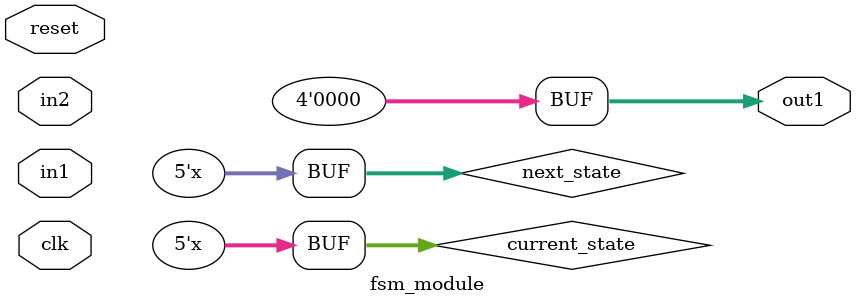
<source format=v>
module fsm_module(clk, reset, in1, in2, out1);
	input clk, reset;
	input [3:0] in1, in2;
	output reg [3:0] out1;
	
	parameter NEG2 = 5'b10000, NEG1 = 5'b01000, NEUTRAL = 5'b00100, POS1 = 5'b00010, POS2 = 5'b00001;
	
	reg [4:0] current_state, next_state;
	
	always @(in1,in2,current_state) begin
	
		next_state = current_state;
		
		out1 = 0;
		
		case (current_state)
			NEG2: begin
				if (in1 < in2)
					next_state = NEG1;
				else
					out1 = in1;
			end
			
			NEG1: begin
				if (in1 > in2)
					next_state = NEG2;
				else if (in1 < in2)
					next_state = NEUTRAL;
				else
					out1 = in1;
			end
			
			NEUTRAL: begin
				if (in1 > in2)
					next_state = NEG1;
				else if (in1 < in2)
					next_state = POS1;
			end
			
			POS1: begin
				if (in1 > in2)
					next_state = NEUTRAL;
				else if (in1 < in2)
					next_state = POS2;
				else
					out1 = in2;
			end
			
			POS2: begin
				if (in1 > in2)
					next_state = POS1;
				else
					out1 = in2;	
			end
		endcase
		
		current_state <= next_state;
	end

endmodule
</source>
